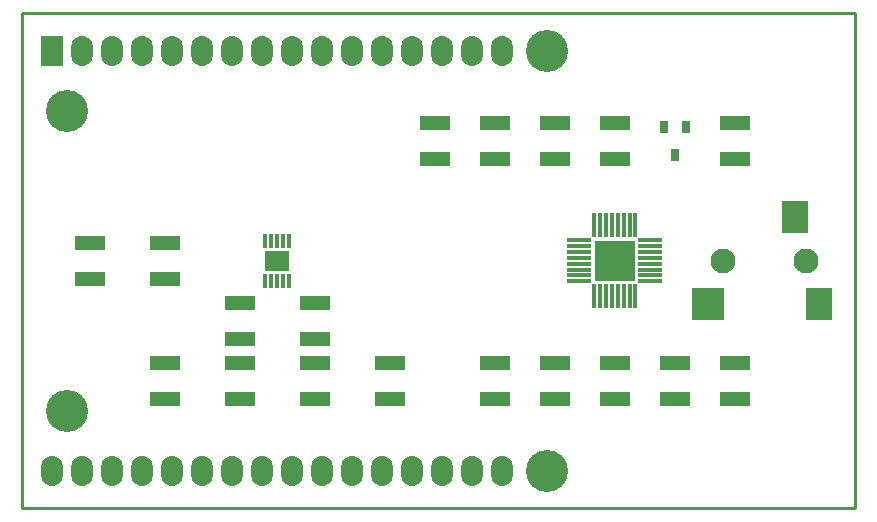
<source format=gbs>
%TF.GenerationSoftware,KiCad,Pcbnew,no-vcs-found-72d4889~60~ubuntu16.04.1*%
%TF.CreationDate,2017-10-19T13:37:08-04:00*%
%TF.ProjectId,audio_controller_3x2,617564696F5F636F6E74726F6C6C6572,1.2*%
%TF.SameCoordinates,Original*%
%TF.FileFunction,Soldermask,Bot*%
%TF.FilePolarity,Negative*%
%FSLAX46Y46*%
G04 Gerber Fmt 4.6, Leading zero omitted, Abs format (unit mm)*
G04 Created by KiCad (PCBNEW no-vcs-found-72d4889~60~ubuntu16.04.1) date Thu Oct 19 13:37:08 2017*
%MOMM*%
%LPD*%
G01*
G04 APERTURE LIST*
%ADD10C,0.228600*%
%ADD11R,0.350000X1.300000*%
%ADD12R,2.100000X1.700000*%
%ADD13C,3.556000*%
%ADD14O,1.854200X2.540000*%
%ADD15R,1.854200X2.540000*%
%ADD16R,3.475000X3.475000*%
%ADD17R,0.325000X2.075000*%
%ADD18R,2.075000X0.325000*%
%ADD19R,2.540000X1.270000*%
%ADD20C,2.100000*%
%ADD21R,2.800000X2.800000*%
%ADD22R,2.200000X2.800000*%
%ADD23R,0.701040X1.000760*%
G04 APERTURE END LIST*
D10*
X156210000Y-67945000D02*
X85725000Y-67945000D01*
X156210000Y-109855000D02*
X156210000Y-67945000D01*
X85725000Y-109855000D02*
X156210000Y-109855000D01*
X85725000Y-67945000D02*
X85725000Y-109855000D01*
D11*
%TO.C,U3*%
X108315000Y-90600000D03*
X107815000Y-90600000D03*
X107315000Y-90600000D03*
X106815000Y-90600000D03*
X106315000Y-90600000D03*
X106315000Y-87200000D03*
X106815000Y-87200000D03*
X107315000Y-87200000D03*
X107815000Y-87200000D03*
X108315000Y-87200000D03*
D12*
X107315000Y-88900000D03*
%TD*%
D13*
%TO.C,MDB1*%
X130175000Y-71120000D03*
X130175000Y-106680000D03*
X89535000Y-101600000D03*
X89535000Y-76200000D03*
D14*
X88265000Y-106680000D03*
X90805000Y-106680000D03*
X93345000Y-106680000D03*
X95885000Y-106680000D03*
X98425000Y-106680000D03*
X100965000Y-106680000D03*
X103505000Y-106680000D03*
X106045000Y-106680000D03*
X108585000Y-106680000D03*
X111125000Y-106680000D03*
X113665000Y-106680000D03*
X116205000Y-106680000D03*
X118745000Y-106680000D03*
X121285000Y-106680000D03*
X123825000Y-106680000D03*
X126365000Y-106680000D03*
X126365000Y-71120000D03*
X123825000Y-71120000D03*
X121285000Y-71120000D03*
X118745000Y-71120000D03*
X116205000Y-71120000D03*
X113665000Y-71120000D03*
X111125000Y-71120000D03*
X108585000Y-71120000D03*
X106045000Y-71120000D03*
X103505000Y-71120000D03*
X100965000Y-71120000D03*
X98425000Y-71120000D03*
X95885000Y-71120000D03*
D15*
X88265000Y-71120000D03*
D14*
X93345000Y-71120000D03*
X90805000Y-71120000D03*
%TD*%
D16*
%TO.C,U1*%
X135890000Y-88900000D03*
D17*
X134140000Y-85900000D03*
X134640000Y-85900000D03*
X135140000Y-85900000D03*
X135640000Y-85900000D03*
X136140000Y-85900000D03*
X136640000Y-85900000D03*
X137140000Y-85900000D03*
X137640000Y-85900000D03*
X137640000Y-91900000D03*
X137140000Y-91900000D03*
X136640000Y-91900000D03*
X136140000Y-91900000D03*
X135640000Y-91900000D03*
X135140000Y-91900000D03*
X134640000Y-91900000D03*
X134140000Y-91900000D03*
D18*
X138890000Y-87150000D03*
X138890000Y-87650000D03*
X138890000Y-88150000D03*
X138890000Y-88650000D03*
X138890000Y-89150000D03*
X138890000Y-89650000D03*
X138890000Y-90150000D03*
X138890000Y-90650000D03*
X132890000Y-90650000D03*
X132890000Y-90150000D03*
X132890000Y-89650000D03*
X132890000Y-89150000D03*
X132890000Y-88650000D03*
X132890000Y-88150000D03*
X132890000Y-87650000D03*
X132890000Y-87150000D03*
%TD*%
D19*
%TO.C,C1*%
X130810000Y-97536000D03*
X130810000Y-100584000D03*
%TD*%
%TO.C,C2*%
X146050000Y-97536000D03*
X146050000Y-100584000D03*
%TD*%
%TO.C,C3*%
X140970000Y-100584000D03*
X140970000Y-97536000D03*
%TD*%
%TO.C,C4*%
X125730000Y-100584000D03*
X125730000Y-97536000D03*
%TD*%
%TO.C,C5*%
X130810000Y-80264000D03*
X130810000Y-77216000D03*
%TD*%
%TO.C,C6*%
X135890000Y-77216000D03*
X135890000Y-80264000D03*
%TD*%
%TO.C,C7*%
X146050000Y-80264000D03*
X146050000Y-77216000D03*
%TD*%
D20*
%TO.C,J1*%
X145075000Y-88900000D03*
X152075000Y-88900000D03*
D21*
X143775000Y-92600000D03*
D22*
X151175000Y-85200000D03*
X153175000Y-92600000D03*
%TD*%
D19*
%TO.C,L1*%
X135890000Y-100584000D03*
X135890000Y-97536000D03*
%TD*%
%TO.C,R1*%
X125730000Y-77216000D03*
X125730000Y-80264000D03*
%TD*%
%TO.C,R2*%
X120650000Y-80264000D03*
X120650000Y-77216000D03*
%TD*%
D23*
%TO.C,U2*%
X140020040Y-77541120D03*
X141919960Y-77541120D03*
X140970000Y-79938880D03*
%TD*%
D19*
%TO.C,C8*%
X116840000Y-97536000D03*
X116840000Y-100584000D03*
%TD*%
%TO.C,C9*%
X97790000Y-100584000D03*
X97790000Y-97536000D03*
%TD*%
%TO.C,C10*%
X110490000Y-92456000D03*
X110490000Y-95504000D03*
%TD*%
%TO.C,C11*%
X104140000Y-95504000D03*
X104140000Y-92456000D03*
%TD*%
%TO.C,C12*%
X91440000Y-90424000D03*
X91440000Y-87376000D03*
%TD*%
%TO.C,C13*%
X97790000Y-90424000D03*
X97790000Y-87376000D03*
%TD*%
%TO.C,R3*%
X110490000Y-100584000D03*
X110490000Y-97536000D03*
%TD*%
%TO.C,R4*%
X104140000Y-97536000D03*
X104140000Y-100584000D03*
%TD*%
M02*

</source>
